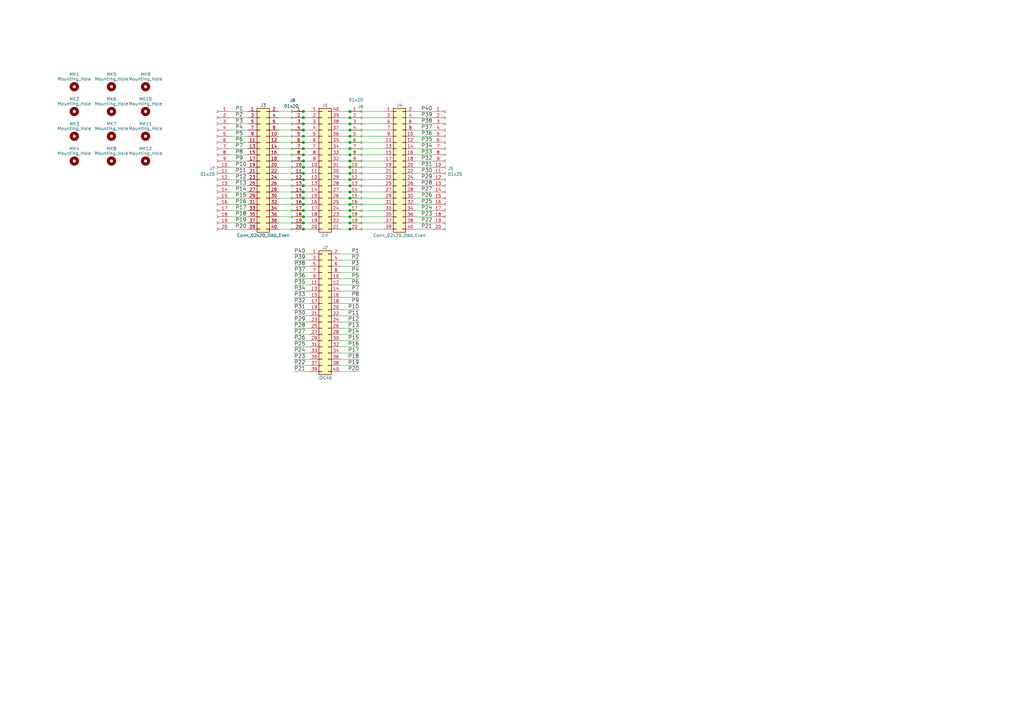
<source format=kicad_sch>
(kicad_sch (version 20210621) (generator eeschema)
  (paper "A3")
  (title_block (title "Dipext_pin") (date "2021-08-28") (rev "R6"))
  (lib_symbols
    (symbol "Connector:Conn_01x20_Female" (pin_names (offset 1.016) hide)
      (property "Reference" "J" (at 0 25.4 0))
      (property "Value" "Conn_01x20_Female" (at 0 -27.94 0))
      (symbol "Conn_01x20_Female_1_1"
        (arc (start 0 -24.892) (end 0 -25.908) (radius (at 0 -25.4) (length 0.508) (angles 90.1 -90.1)) (stroke (width 0.1524)))
        (arc (start 0 -22.352) (end 0 -23.368) (radius (at 0 -22.86) (length 0.508) (angles 90.1 -90.1)) (stroke (width 0.1524)))
        (arc (start 0 -19.812) (end 0 -20.828) (radius (at 0 -20.32) (length 0.508) (angles 90.1 -90.1)) (stroke (width 0.1524)))
        (arc (start 0 -17.272) (end 0 -18.288) (radius (at 0 -17.78) (length 0.508) (angles 90.1 -90.1)) (stroke (width 0.1524)))
        (arc (start 0 -14.732) (end 0 -15.748) (radius (at 0 -15.24) (length 0.508) (angles 90.1 -90.1)) (stroke (width 0.1524)))
        (arc (start 0 -12.192) (end 0 -13.208) (radius (at 0 -12.7) (length 0.508) (angles 90.1 -90.1)) (stroke (width 0.1524)))
        (arc (start 0 -9.652) (end 0 -10.668) (radius (at 0 -10.16) (length 0.508) (angles 90.1 -90.1)) (stroke (width 0.1524)))
        (arc (start 0 -7.112) (end 0 -8.128) (radius (at 0 -7.62) (length 0.508) (angles 90.1 -90.1)) (stroke (width 0.1524)))
        (arc (start 0 -4.572) (end 0 -5.588) (radius (at 0 -5.08) (length 0.508) (angles 90.1 -90.1)) (stroke (width 0.1524)))
        (arc (start 0 -2.032) (end 0 -3.048) (radius (at 0 -2.54) (length 0.508) (angles 90.1 -90.1)) (stroke (width 0.1524)))
        (arc (start 0 0.508) (end 0 -0.508) (radius (at 0 0) (length 0.508) (angles 90.1 -90.1)) (stroke (width 0.1524)))
        (arc (start 0 3.048) (end 0 2.032) (radius (at 0 2.54) (length 0.508) (angles 90.1 -90.1)) (stroke (width 0.1524)))
        (arc (start 0 5.588) (end 0 4.572) (radius (at 0 5.08) (length 0.508) (angles 90.1 -90.1)) (stroke (width 0.1524)))
        (arc (start 0 8.128) (end 0 7.112) (radius (at 0 7.62) (length 0.508) (angles 90.1 -90.1)) (stroke (width 0.1524)))
        (arc (start 0 10.668) (end 0 9.652) (radius (at 0 10.16) (length 0.508) (angles 90.1 -90.1)) (stroke (width 0.1524)))
        (arc (start 0 13.208) (end 0 12.192) (radius (at 0 12.7) (length 0.508) (angles 90.1 -90.1)) (stroke (width 0.1524)))
        (arc (start 0 15.748) (end 0 14.732) (radius (at 0 15.24) (length 0.508) (angles 90.1 -90.1)) (stroke (width 0.1524)))
        (arc (start 0 18.288) (end 0 17.272) (radius (at 0 17.78) (length 0.508) (angles 90.1 -90.1)) (stroke (width 0.1524)))
        (arc (start 0 20.828) (end 0 19.812) (radius (at 0 20.32) (length 0.508) (angles 90.1 -90.1)) (stroke (width 0.1524)))
        (arc (start 0 23.368) (end 0 22.352) (radius (at 0 22.86) (length 0.508) (angles 90.1 -90.1)) (stroke (width 0.1524)))
        (polyline (pts (xy -1.27 -25.4) (xy -0.508 -25.4)) (stroke (width 0.1524)))
        (polyline (pts (xy -1.27 -22.86) (xy -0.508 -22.86)) (stroke (width 0.1524)))
        (polyline (pts (xy -1.27 -20.32) (xy -0.508 -20.32)) (stroke (width 0.1524)))
        (polyline (pts (xy -1.27 -17.78) (xy -0.508 -17.78)) (stroke (width 0.1524)))
        (polyline (pts (xy -1.27 -15.24) (xy -0.508 -15.24)) (stroke (width 0.1524)))
        (polyline (pts (xy -1.27 -12.7) (xy -0.508 -12.7)) (stroke (width 0.1524)))
        (polyline (pts (xy -1.27 -10.16) (xy -0.508 -10.16)) (stroke (width 0.1524)))
        (polyline (pts (xy -1.27 -7.62) (xy -0.508 -7.62)) (stroke (width 0.1524)))
        (polyline (pts (xy -1.27 -5.08) (xy -0.508 -5.08)) (stroke (width 0.1524)))
        (polyline (pts (xy -1.27 -2.54) (xy -0.508 -2.54)) (stroke (width 0.1524)))
        (polyline (pts (xy -1.27 0) (xy -0.508 0)) (stroke (width 0.1524)))
        (polyline (pts (xy -1.27 2.54) (xy -0.508 2.54)) (stroke (width 0.1524)))
        (polyline (pts (xy -1.27 5.08) (xy -0.508 5.08)) (stroke (width 0.1524)))
        (polyline (pts (xy -1.27 7.62) (xy -0.508 7.62)) (stroke (width 0.1524)))
        (polyline (pts (xy -1.27 10.16) (xy -0.508 10.16)) (stroke (width 0.1524)))
        (polyline (pts (xy -1.27 12.7) (xy -0.508 12.7)) (stroke (width 0.1524)))
        (polyline (pts (xy -1.27 15.24) (xy -0.508 15.24)) (stroke (width 0.1524)))
        (polyline (pts (xy -1.27 17.78) (xy -0.508 17.78)) (stroke (width 0.1524)))
        (polyline (pts (xy -1.27 20.32) (xy -0.508 20.32)) (stroke (width 0.1524)))
        (polyline (pts (xy -1.27 22.86) (xy -0.508 22.86)) (stroke (width 0.1524)))
        (pin passive line (at -5.08 22.86 0) (length 3.81) (name "Pin_1") (number "1"))
        (pin passive line (at -5.08 0 0) (length 3.81) (name "Pin_10") (number "10"))
        (pin passive line (at -5.08 -2.54 0) (length 3.81) (name "Pin_11") (number "11"))
        (pin passive line (at -5.08 -5.08 0) (length 3.81) (name "Pin_12") (number "12"))
        (pin passive line (at -5.08 -7.62 0) (length 3.81) (name "Pin_13") (number "13"))
        (pin passive line (at -5.08 -10.16 0) (length 3.81) (name "Pin_14") (number "14"))
        (pin passive line (at -5.08 -12.7 0) (length 3.81) (name "Pin_15") (number "15"))
        (pin passive line (at -5.08 -15.24 0) (length 3.81) (name "Pin_16") (number "16"))
        (pin passive line (at -5.08 -17.78 0) (length 3.81) (name "Pin_17") (number "17"))
        (pin passive line (at -5.08 -20.32 0) (length 3.81) (name "Pin_18") (number "18"))
        (pin passive line (at -5.08 -22.86 0) (length 3.81) (name "Pin_19") (number "19"))
        (pin passive line (at -5.08 20.32 0) (length 3.81) (name "Pin_2") (number "2"))
        (pin passive line (at -5.08 -25.4 0) (length 3.81) (name "Pin_20") (number "20"))
        (pin passive line (at -5.08 17.78 0) (length 3.81) (name "Pin_3") (number "3"))
        (pin passive line (at -5.08 15.24 0) (length 3.81) (name "Pin_4") (number "4"))
        (pin passive line (at -5.08 12.7 0) (length 3.81) (name "Pin_5") (number "5"))
        (pin passive line (at -5.08 10.16 0) (length 3.81) (name "Pin_6") (number "6"))
        (pin passive line (at -5.08 7.62 0) (length 3.81) (name "Pin_7") (number "7"))
        (pin passive line (at -5.08 5.08 0) (length 3.81) (name "Pin_8") (number "8"))
        (pin passive line (at -5.08 2.54 0) (length 3.81) (name "Pin_9") (number "9"))
      )
    )
    (symbol "dipext-pin_r4-rescue:Conn_02x20_Counter_Clockwise" (pin_names (offset 1.016) hide)
      (property "Reference" "J" (at 1.27 25.4 0))
      (property "Value" "Conn_02x20_Counter_Clockwise" (at 1.27 -27.94 0))
      (symbol "Conn_02x20_Counter_Clockwise_1_1"
        (rectangle (start -1.27 -25.273) (end 0 -25.527) (stroke (width 0.1524)))
        (rectangle (start -1.27 -22.733) (end 0 -22.987) (stroke (width 0.1524)))
        (rectangle (start -1.27 -20.193) (end 0 -20.447) (stroke (width 0.1524)))
        (rectangle (start -1.27 -17.653) (end 0 -17.907) (stroke (width 0.1524)))
        (rectangle (start -1.27 -15.113) (end 0 -15.367) (stroke (width 0.1524)))
        (rectangle (start -1.27 -12.573) (end 0 -12.827) (stroke (width 0.1524)))
        (rectangle (start -1.27 -10.033) (end 0 -10.287) (stroke (width 0.1524)))
        (rectangle (start -1.27 -7.493) (end 0 -7.747) (stroke (width 0.1524)))
        (rectangle (start -1.27 -4.953) (end 0 -5.207) (stroke (width 0.1524)))
        (rectangle (start -1.27 -2.413) (end 0 -2.667) (stroke (width 0.1524)))
        (rectangle (start -1.27 0.127) (end 0 -0.127) (stroke (width 0.1524)))
        (rectangle (start -1.27 2.667) (end 0 2.413) (stroke (width 0.1524)))
        (rectangle (start -1.27 5.207) (end 0 4.953) (stroke (width 0.1524)))
        (rectangle (start -1.27 7.747) (end 0 7.493) (stroke (width 0.1524)))
        (rectangle (start -1.27 10.287) (end 0 10.033) (stroke (width 0.1524)))
        (rectangle (start -1.27 12.827) (end 0 12.573) (stroke (width 0.1524)))
        (rectangle (start -1.27 15.367) (end 0 15.113) (stroke (width 0.1524)))
        (rectangle (start -1.27 17.907) (end 0 17.653) (stroke (width 0.1524)))
        (rectangle (start -1.27 20.447) (end 0 20.193) (stroke (width 0.1524)))
        (rectangle (start -1.27 22.987) (end 0 22.733) (stroke (width 0.1524)))
        (rectangle (start 3.81 -25.273) (end 2.54 -25.527) (stroke (width 0.1524)))
        (rectangle (start 3.81 -22.733) (end 2.54 -22.987) (stroke (width 0.1524)))
        (rectangle (start 3.81 -20.193) (end 2.54 -20.447) (stroke (width 0.1524)))
        (rectangle (start 3.81 -17.653) (end 2.54 -17.907) (stroke (width 0.1524)))
        (rectangle (start 3.81 -15.113) (end 2.54 -15.367) (stroke (width 0.1524)))
        (rectangle (start 3.81 -12.573) (end 2.54 -12.827) (stroke (width 0.1524)))
        (rectangle (start 3.81 -10.033) (end 2.54 -10.287) (stroke (width 0.1524)))
        (rectangle (start 3.81 -7.493) (end 2.54 -7.747) (stroke (width 0.1524)))
        (rectangle (start 3.81 -4.953) (end 2.54 -5.207) (stroke (width 0.1524)))
        (rectangle (start 3.81 -2.413) (end 2.54 -2.667) (stroke (width 0.1524)))
        (rectangle (start 3.81 0.127) (end 2.54 -0.127) (stroke (width 0.1524)))
        (rectangle (start 3.81 2.667) (end 2.54 2.413) (stroke (width 0.1524)))
        (rectangle (start 3.81 5.207) (end 2.54 4.953) (stroke (width 0.1524)))
        (rectangle (start 3.81 7.747) (end 2.54 7.493) (stroke (width 0.1524)))
        (rectangle (start 3.81 10.287) (end 2.54 10.033) (stroke (width 0.1524)))
        (rectangle (start 3.81 12.827) (end 2.54 12.573) (stroke (width 0.1524)))
        (rectangle (start 3.81 15.367) (end 2.54 15.113) (stroke (width 0.1524)))
        (rectangle (start 3.81 17.907) (end 2.54 17.653) (stroke (width 0.1524)))
        (rectangle (start 3.81 20.447) (end 2.54 20.193) (stroke (width 0.1524)))
        (rectangle (start 3.81 22.987) (end 2.54 22.733) (stroke (width 0.1524)))
        (rectangle (start -1.27 24.13) (end 3.81 -26.67) (stroke (width 0.254)) (fill (type background)))
        (pin passive line (at -5.08 22.86 0) (length 3.81) (name "Pin_1") (number "1"))
        (pin passive line (at -5.08 0 0) (length 3.81) (name "Pin_10") (number "10"))
        (pin passive line (at -5.08 -2.54 0) (length 3.81) (name "Pin_11") (number "11"))
        (pin passive line (at -5.08 -5.08 0) (length 3.81) (name "Pin_12") (number "12"))
        (pin passive line (at -5.08 -7.62 0) (length 3.81) (name "Pin_13") (number "13"))
        (pin passive line (at -5.08 -10.16 0) (length 3.81) (name "Pin_14") (number "14"))
        (pin passive line (at -5.08 -12.7 0) (length 3.81) (name "Pin_15") (number "15"))
        (pin passive line (at -5.08 -15.24 0) (length 3.81) (name "Pin_16") (number "16"))
        (pin passive line (at -5.08 -17.78 0) (length 3.81) (name "Pin_17") (number "17"))
        (pin passive line (at -5.08 -20.32 0) (length 3.81) (name "Pin_18") (number "18"))
        (pin passive line (at -5.08 -22.86 0) (length 3.81) (name "Pin_19") (number "19"))
        (pin passive line (at -5.08 20.32 0) (length 3.81) (name "Pin_2") (number "2"))
        (pin passive line (at -5.08 -25.4 0) (length 3.81) (name "Pin_20") (number "20"))
        (pin passive line (at 7.62 -25.4 180) (length 3.81) (name "Pin_21") (number "21"))
        (pin passive line (at 7.62 -22.86 180) (length 3.81) (name "Pin_22") (number "22"))
        (pin passive line (at 7.62 -20.32 180) (length 3.81) (name "Pin_23") (number "23"))
        (pin passive line (at 7.62 -17.78 180) (length 3.81) (name "Pin_24") (number "24"))
        (pin passive line (at 7.62 -15.24 180) (length 3.81) (name "Pin_25") (number "25"))
        (pin passive line (at 7.62 -12.7 180) (length 3.81) (name "Pin_26") (number "26"))
        (pin passive line (at 7.62 -10.16 180) (length 3.81) (name "Pin_27") (number "27"))
        (pin passive line (at 7.62 -7.62 180) (length 3.81) (name "Pin_28") (number "28"))
        (pin passive line (at 7.62 -5.08 180) (length 3.81) (name "Pin_29") (number "29"))
        (pin passive line (at -5.08 17.78 0) (length 3.81) (name "Pin_3") (number "3"))
        (pin passive line (at 7.62 -2.54 180) (length 3.81) (name "Pin_30") (number "30"))
        (pin passive line (at 7.62 0 180) (length 3.81) (name "Pin_31") (number "31"))
        (pin passive line (at 7.62 2.54 180) (length 3.81) (name "Pin_32") (number "32"))
        (pin passive line (at 7.62 5.08 180) (length 3.81) (name "Pin_33") (number "33"))
        (pin passive line (at 7.62 7.62 180) (length 3.81) (name "Pin_34") (number "34"))
        (pin passive line (at 7.62 10.16 180) (length 3.81) (name "Pin_35") (number "35"))
        (pin passive line (at 7.62 12.7 180) (length 3.81) (name "Pin_36") (number "36"))
        (pin passive line (at 7.62 15.24 180) (length 3.81) (name "Pin_37") (number "37"))
        (pin passive line (at 7.62 17.78 180) (length 3.81) (name "Pin_38") (number "38"))
        (pin passive line (at 7.62 20.32 180) (length 3.81) (name "Pin_39") (number "39"))
        (pin passive line (at -5.08 15.24 0) (length 3.81) (name "Pin_4") (number "4"))
        (pin passive line (at 7.62 22.86 180) (length 3.81) (name "Pin_40") (number "40"))
        (pin passive line (at -5.08 12.7 0) (length 3.81) (name "Pin_5") (number "5"))
        (pin passive line (at -5.08 10.16 0) (length 3.81) (name "Pin_6") (number "6"))
        (pin passive line (at -5.08 7.62 0) (length 3.81) (name "Pin_7") (number "7"))
        (pin passive line (at -5.08 5.08 0) (length 3.81) (name "Pin_8") (number "8"))
        (pin passive line (at -5.08 2.54 0) (length 3.81) (name "Pin_9") (number "9"))
      )
    )
    (symbol "dipext-pin_r4-rescue:Conn_02x20_Odd_Even" (pin_names (offset 1.016) hide)
      (property "Reference" "J" (at 1.27 25.4 0))
      (property "Value" "Conn_02x20_Odd_Even" (at 1.27 -27.94 0))
      (symbol "Conn_02x20_Odd_Even_1_1"
        (rectangle (start -1.27 -25.273) (end 0 -25.527) (stroke (width 0.1524)))
        (rectangle (start -1.27 -22.733) (end 0 -22.987) (stroke (width 0.1524)))
        (rectangle (start -1.27 -20.193) (end 0 -20.447) (stroke (width 0.1524)))
        (rectangle (start -1.27 -17.653) (end 0 -17.907) (stroke (width 0.1524)))
        (rectangle (start -1.27 -15.113) (end 0 -15.367) (stroke (width 0.1524)))
        (rectangle (start -1.27 -12.573) (end 0 -12.827) (stroke (width 0.1524)))
        (rectangle (start -1.27 -10.033) (end 0 -10.287) (stroke (width 0.1524)))
        (rectangle (start -1.27 -7.493) (end 0 -7.747) (stroke (width 0.1524)))
        (rectangle (start -1.27 -4.953) (end 0 -5.207) (stroke (width 0.1524)))
        (rectangle (start -1.27 -2.413) (end 0 -2.667) (stroke (width 0.1524)))
        (rectangle (start -1.27 0.127) (end 0 -0.127) (stroke (width 0.1524)))
        (rectangle (start -1.27 2.667) (end 0 2.413) (stroke (width 0.1524)))
        (rectangle (start -1.27 5.207) (end 0 4.953) (stroke (width 0.1524)))
        (rectangle (start -1.27 7.747) (end 0 7.493) (stroke (width 0.1524)))
        (rectangle (start -1.27 10.287) (end 0 10.033) (stroke (width 0.1524)))
        (rectangle (start -1.27 12.827) (end 0 12.573) (stroke (width 0.1524)))
        (rectangle (start -1.27 15.367) (end 0 15.113) (stroke (width 0.1524)))
        (rectangle (start -1.27 17.907) (end 0 17.653) (stroke (width 0.1524)))
        (rectangle (start -1.27 20.447) (end 0 20.193) (stroke (width 0.1524)))
        (rectangle (start -1.27 22.987) (end 0 22.733) (stroke (width 0.1524)))
        (rectangle (start 3.81 -25.273) (end 2.54 -25.527) (stroke (width 0.1524)))
        (rectangle (start 3.81 -22.733) (end 2.54 -22.987) (stroke (width 0.1524)))
        (rectangle (start 3.81 -20.193) (end 2.54 -20.447) (stroke (width 0.1524)))
        (rectangle (start 3.81 -17.653) (end 2.54 -17.907) (stroke (width 0.1524)))
        (rectangle (start 3.81 -15.113) (end 2.54 -15.367) (stroke (width 0.1524)))
        (rectangle (start 3.81 -12.573) (end 2.54 -12.827) (stroke (width 0.1524)))
        (rectangle (start 3.81 -10.033) (end 2.54 -10.287) (stroke (width 0.1524)))
        (rectangle (start 3.81 -7.493) (end 2.54 -7.747) (stroke (width 0.1524)))
        (rectangle (start 3.81 -4.953) (end 2.54 -5.207) (stroke (width 0.1524)))
        (rectangle (start 3.81 -2.413) (end 2.54 -2.667) (stroke (width 0.1524)))
        (rectangle (start 3.81 0.127) (end 2.54 -0.127) (stroke (width 0.1524)))
        (rectangle (start 3.81 2.667) (end 2.54 2.413) (stroke (width 0.1524)))
        (rectangle (start 3.81 5.207) (end 2.54 4.953) (stroke (width 0.1524)))
        (rectangle (start 3.81 7.747) (end 2.54 7.493) (stroke (width 0.1524)))
        (rectangle (start 3.81 10.287) (end 2.54 10.033) (stroke (width 0.1524)))
        (rectangle (start 3.81 12.827) (end 2.54 12.573) (stroke (width 0.1524)))
        (rectangle (start 3.81 15.367) (end 2.54 15.113) (stroke (width 0.1524)))
        (rectangle (start 3.81 17.907) (end 2.54 17.653) (stroke (width 0.1524)))
        (rectangle (start 3.81 20.447) (end 2.54 20.193) (stroke (width 0.1524)))
        (rectangle (start 3.81 22.987) (end 2.54 22.733) (stroke (width 0.1524)))
        (rectangle (start -1.27 24.13) (end 3.81 -26.67) (stroke (width 0.254)) (fill (type background)))
        (pin passive line (at -5.08 22.86 0) (length 3.81) (name "Pin_1") (number "1"))
        (pin passive line (at 7.62 12.7 180) (length 3.81) (name "Pin_10") (number "10"))
        (pin passive line (at -5.08 10.16 0) (length 3.81) (name "Pin_11") (number "11"))
        (pin passive line (at 7.62 10.16 180) (length 3.81) (name "Pin_12") (number "12"))
        (pin passive line (at -5.08 7.62 0) (length 3.81) (name "Pin_13") (number "13"))
        (pin passive line (at 7.62 7.62 180) (length 3.81) (name "Pin_14") (number "14"))
        (pin passive line (at -5.08 5.08 0) (length 3.81) (name "Pin_15") (number "15"))
        (pin passive line (at 7.62 5.08 180) (length 3.81) (name "Pin_16") (number "16"))
        (pin passive line (at -5.08 2.54 0) (length 3.81) (name "Pin_17") (number "17"))
        (pin passive line (at 7.62 2.54 180) (length 3.81) (name "Pin_18") (number "18"))
        (pin passive line (at -5.08 0 0) (length 3.81) (name "Pin_19") (number "19"))
        (pin passive line (at 7.62 22.86 180) (length 3.81) (name "Pin_2") (number "2"))
        (pin passive line (at 7.62 0 180) (length 3.81) (name "Pin_20") (number "20"))
        (pin passive line (at -5.08 -2.54 0) (length 3.81) (name "Pin_21") (number "21"))
        (pin passive line (at 7.62 -2.54 180) (length 3.81) (name "Pin_22") (number "22"))
        (pin passive line (at -5.08 -5.08 0) (length 3.81) (name "Pin_23") (number "23"))
        (pin passive line (at 7.62 -5.08 180) (length 3.81) (name "Pin_24") (number "24"))
        (pin passive line (at -5.08 -7.62 0) (length 3.81) (name "Pin_25") (number "25"))
        (pin passive line (at 7.62 -7.62 180) (length 3.81) (name "Pin_26") (number "26"))
        (pin passive line (at -5.08 -10.16 0) (length 3.81) (name "Pin_27") (number "27"))
        (pin passive line (at 7.62 -10.16 180) (length 3.81) (name "Pin_28") (number "28"))
        (pin passive line (at -5.08 -12.7 0) (length 3.81) (name "Pin_29") (number "29"))
        (pin passive line (at -5.08 20.32 0) (length 3.81) (name "Pin_3") (number "3"))
        (pin passive line (at 7.62 -12.7 180) (length 3.81) (name "Pin_30") (number "30"))
        (pin passive line (at -5.08 -15.24 0) (length 3.81) (name "Pin_31") (number "31"))
        (pin passive line (at 7.62 -15.24 180) (length 3.81) (name "Pin_32") (number "32"))
        (pin passive line (at -5.08 -17.78 0) (length 3.81) (name "Pin_33") (number "33"))
        (pin passive line (at 7.62 -17.78 180) (length 3.81) (name "Pin_34") (number "34"))
        (pin passive line (at -5.08 -20.32 0) (length 3.81) (name "Pin_35") (number "35"))
        (pin passive line (at 7.62 -20.32 180) (length 3.81) (name "Pin_36") (number "36"))
        (pin passive line (at -5.08 -22.86 0) (length 3.81) (name "Pin_37") (number "37"))
        (pin passive line (at 7.62 -22.86 180) (length 3.81) (name "Pin_38") (number "38"))
        (pin passive line (at -5.08 -25.4 0) (length 3.81) (name "Pin_39") (number "39"))
        (pin passive line (at 7.62 20.32 180) (length 3.81) (name "Pin_4") (number "4"))
        (pin passive line (at 7.62 -25.4 180) (length 3.81) (name "Pin_40") (number "40"))
        (pin passive line (at -5.08 17.78 0) (length 3.81) (name "Pin_5") (number "5"))
        (pin passive line (at 7.62 17.78 180) (length 3.81) (name "Pin_6") (number "6"))
        (pin passive line (at -5.08 15.24 0) (length 3.81) (name "Pin_7") (number "7"))
        (pin passive line (at 7.62 15.24 180) (length 3.81) (name "Pin_8") (number "8"))
        (pin passive line (at -5.08 12.7 0) (length 3.81) (name "Pin_9") (number "9"))
      )
    )
    (symbol "dipext-pin_r4-rescue:Mounting_Hole" (pin_names (offset 1.016))
      (property "Reference" "MK" (at 0 5.08 0))
      (property "Value" "Mounting_Hole" (at 0 3.175 0))
      (symbol "Mounting_Hole_0_1"
        (circle (center 0 0) (radius 1.27) (stroke (width 1.27)))
      )
    )
  )
  (junction (at 124.46 45.72) (diameter 1.016))
  (junction (at 124.46 48.26) (diameter 1.016))
  (junction (at 124.46 50.8) (diameter 1.016))
  (junction (at 124.46 53.34) (diameter 1.016))
  (junction (at 124.46 55.88) (diameter 1.016))
  (junction (at 124.46 58.42) (diameter 1.016))
  (junction (at 124.46 60.96) (diameter 1.016))
  (junction (at 124.46 63.5) (diameter 1.016))
  (junction (at 124.46 66.04) (diameter 1.016))
  (junction (at 124.46 68.58) (diameter 1.016))
  (junction (at 124.46 71.12) (diameter 1.016))
  (junction (at 124.46 73.66) (diameter 1.016))
  (junction (at 124.46 76.2) (diameter 1.016))
  (junction (at 124.46 78.74) (diameter 1.016))
  (junction (at 124.46 81.28) (diameter 1.016))
  (junction (at 124.46 83.82) (diameter 1.016))
  (junction (at 124.46 86.36) (diameter 1.016))
  (junction (at 124.46 88.9) (diameter 1.016))
  (junction (at 124.46 91.44) (diameter 1.016))
  (junction (at 124.46 93.98) (diameter 1.016))
  (junction (at 143.51 45.72) (diameter 1.016))
  (junction (at 143.51 48.26) (diameter 1.016))
  (junction (at 143.51 50.8) (diameter 1.016))
  (junction (at 143.51 53.34) (diameter 1.016))
  (junction (at 143.51 55.88) (diameter 1.016))
  (junction (at 143.51 58.42) (diameter 1.016))
  (junction (at 143.51 60.96) (diameter 1.016))
  (junction (at 143.51 63.5) (diameter 1.016))
  (junction (at 143.51 66.04) (diameter 1.016))
  (junction (at 143.51 68.58) (diameter 1.016))
  (junction (at 143.51 71.12) (diameter 1.016))
  (junction (at 143.51 73.66) (diameter 1.016))
  (junction (at 143.51 76.2) (diameter 1.016))
  (junction (at 143.51 78.74) (diameter 1.016))
  (junction (at 143.51 81.28) (diameter 1.016))
  (junction (at 143.51 83.82) (diameter 1.016))
  (junction (at 143.51 86.36) (diameter 1.016))
  (junction (at 143.51 88.9) (diameter 1.016))
  (junction (at 143.51 91.44) (diameter 1.016))
  (junction (at 143.51 93.98) (diameter 1.016))
  (wire (pts (xy 93.98 45.72) (xy 101.6 45.72)))
  (wire (pts (xy 93.98 48.26) (xy 101.6 48.26)))
  (wire (pts (xy 93.98 50.8) (xy 101.6 50.8)))
  (wire (pts (xy 93.98 53.34) (xy 101.6 53.34)))
  (wire (pts (xy 93.98 55.88) (xy 101.6 55.88)))
  (wire (pts (xy 93.98 58.42) (xy 101.6 58.42)))
  (wire (pts (xy 93.98 60.96) (xy 101.6 60.96)))
  (wire (pts (xy 93.98 63.5) (xy 101.6 63.5)))
  (wire (pts (xy 93.98 66.04) (xy 101.6 66.04)))
  (wire (pts (xy 93.98 68.58) (xy 101.6 68.58)))
  (wire (pts (xy 93.98 71.12) (xy 101.6 71.12)))
  (wire (pts (xy 93.98 73.66) (xy 101.6 73.66)))
  (wire (pts (xy 93.98 76.2) (xy 101.6 76.2)))
  (wire (pts (xy 93.98 78.74) (xy 101.6 78.74)))
  (wire (pts (xy 93.98 81.28) (xy 101.6 81.28)))
  (wire (pts (xy 93.98 83.82) (xy 101.6 83.82)))
  (wire (pts (xy 93.98 86.36) (xy 101.6 86.36)))
  (wire (pts (xy 93.98 88.9) (xy 101.6 88.9)))
  (wire (pts (xy 93.98 91.44) (xy 101.6 91.44)))
  (wire (pts (xy 93.98 93.98) (xy 101.6 93.98)))
  (wire (pts (xy 114.3 45.72) (xy 124.46 45.72)))
  (wire (pts (xy 114.3 48.26) (xy 124.46 48.26)))
  (wire (pts (xy 114.3 50.8) (xy 124.46 50.8)))
  (wire (pts (xy 114.3 53.34) (xy 124.46 53.34)))
  (wire (pts (xy 114.3 55.88) (xy 124.46 55.88)))
  (wire (pts (xy 114.3 58.42) (xy 124.46 58.42)))
  (wire (pts (xy 114.3 60.96) (xy 124.46 60.96)))
  (wire (pts (xy 114.3 63.5) (xy 124.46 63.5)))
  (wire (pts (xy 114.3 66.04) (xy 124.46 66.04)))
  (wire (pts (xy 114.3 68.58) (xy 124.46 68.58)))
  (wire (pts (xy 114.3 71.12) (xy 124.46 71.12)))
  (wire (pts (xy 114.3 73.66) (xy 124.46 73.66)))
  (wire (pts (xy 114.3 76.2) (xy 124.46 76.2)))
  (wire (pts (xy 114.3 78.74) (xy 124.46 78.74)))
  (wire (pts (xy 114.3 81.28) (xy 124.46 81.28)))
  (wire (pts (xy 114.3 83.82) (xy 124.46 83.82)))
  (wire (pts (xy 114.3 86.36) (xy 124.46 86.36)))
  (wire (pts (xy 114.3 88.9) (xy 124.46 88.9)))
  (wire (pts (xy 114.3 91.44) (xy 124.46 91.44)))
  (wire (pts (xy 114.3 93.98) (xy 124.46 93.98)))
  (wire (pts (xy 120.65 104.14) (xy 127 104.14)))
  (wire (pts (xy 120.65 106.68) (xy 127 106.68)))
  (wire (pts (xy 120.65 109.22) (xy 127 109.22)))
  (wire (pts (xy 120.65 111.76) (xy 127 111.76)))
  (wire (pts (xy 120.65 114.3) (xy 127 114.3)))
  (wire (pts (xy 120.65 116.84) (xy 127 116.84)))
  (wire (pts (xy 120.65 119.38) (xy 127 119.38)))
  (wire (pts (xy 120.65 121.92) (xy 127 121.92)))
  (wire (pts (xy 120.65 124.46) (xy 127 124.46)))
  (wire (pts (xy 120.65 127) (xy 127 127)))
  (wire (pts (xy 120.65 129.54) (xy 127 129.54)))
  (wire (pts (xy 120.65 132.08) (xy 127 132.08)))
  (wire (pts (xy 120.65 134.62) (xy 127 134.62)))
  (wire (pts (xy 120.65 137.16) (xy 127 137.16)))
  (wire (pts (xy 120.65 139.7) (xy 127 139.7)))
  (wire (pts (xy 120.65 142.24) (xy 127 142.24)))
  (wire (pts (xy 120.65 144.78) (xy 127 144.78)))
  (wire (pts (xy 120.65 147.32) (xy 127 147.32)))
  (wire (pts (xy 120.65 149.86) (xy 127 149.86)))
  (wire (pts (xy 120.65 152.4) (xy 127 152.4)))
  (wire (pts (xy 124.46 45.72) (xy 127 45.72)))
  (wire (pts (xy 124.46 48.26) (xy 127 48.26)))
  (wire (pts (xy 124.46 50.8) (xy 127 50.8)))
  (wire (pts (xy 124.46 53.34) (xy 127 53.34)))
  (wire (pts (xy 124.46 55.88) (xy 127 55.88)))
  (wire (pts (xy 124.46 58.42) (xy 127 58.42)))
  (wire (pts (xy 124.46 60.96) (xy 127 60.96)))
  (wire (pts (xy 124.46 63.5) (xy 127 63.5)))
  (wire (pts (xy 124.46 66.04) (xy 127 66.04)))
  (wire (pts (xy 124.46 68.58) (xy 127 68.58)))
  (wire (pts (xy 124.46 71.12) (xy 127 71.12)))
  (wire (pts (xy 124.46 73.66) (xy 127 73.66)))
  (wire (pts (xy 124.46 76.2) (xy 127 76.2)))
  (wire (pts (xy 124.46 78.74) (xy 127 78.74)))
  (wire (pts (xy 124.46 81.28) (xy 127 81.28)))
  (wire (pts (xy 124.46 83.82) (xy 127 83.82)))
  (wire (pts (xy 124.46 86.36) (xy 127 86.36)))
  (wire (pts (xy 124.46 88.9) (xy 127 88.9)))
  (wire (pts (xy 124.46 91.44) (xy 127 91.44)))
  (wire (pts (xy 124.46 93.98) (xy 127 93.98)))
  (wire (pts (xy 139.7 45.72) (xy 143.51 45.72)))
  (wire (pts (xy 139.7 48.26) (xy 143.51 48.26)))
  (wire (pts (xy 139.7 50.8) (xy 143.51 50.8)))
  (wire (pts (xy 139.7 53.34) (xy 143.51 53.34)))
  (wire (pts (xy 139.7 55.88) (xy 143.51 55.88)))
  (wire (pts (xy 139.7 58.42) (xy 143.51 58.42)))
  (wire (pts (xy 139.7 60.96) (xy 143.51 60.96)))
  (wire (pts (xy 139.7 63.5) (xy 143.51 63.5)))
  (wire (pts (xy 139.7 66.04) (xy 143.51 66.04)))
  (wire (pts (xy 139.7 68.58) (xy 143.51 68.58)))
  (wire (pts (xy 139.7 71.12) (xy 143.51 71.12)))
  (wire (pts (xy 139.7 73.66) (xy 143.51 73.66)))
  (wire (pts (xy 139.7 76.2) (xy 143.51 76.2)))
  (wire (pts (xy 139.7 78.74) (xy 143.51 78.74)))
  (wire (pts (xy 139.7 81.28) (xy 143.51 81.28)))
  (wire (pts (xy 139.7 83.82) (xy 143.51 83.82)))
  (wire (pts (xy 139.7 86.36) (xy 143.51 86.36)))
  (wire (pts (xy 139.7 88.9) (xy 143.51 88.9)))
  (wire (pts (xy 139.7 91.44) (xy 143.51 91.44)))
  (wire (pts (xy 139.7 93.98) (xy 143.51 93.98)))
  (wire (pts (xy 139.7 104.14) (xy 147.32 104.14)))
  (wire (pts (xy 139.7 106.68) (xy 147.32 106.68)))
  (wire (pts (xy 139.7 109.22) (xy 147.32 109.22)))
  (wire (pts (xy 139.7 111.76) (xy 147.32 111.76)))
  (wire (pts (xy 139.7 114.3) (xy 147.32 114.3)))
  (wire (pts (xy 139.7 116.84) (xy 147.32 116.84)))
  (wire (pts (xy 139.7 119.38) (xy 147.32 119.38)))
  (wire (pts (xy 139.7 121.92) (xy 147.32 121.92)))
  (wire (pts (xy 139.7 124.46) (xy 147.32 124.46)))
  (wire (pts (xy 139.7 127) (xy 147.32 127)))
  (wire (pts (xy 139.7 129.54) (xy 147.32 129.54)))
  (wire (pts (xy 139.7 132.08) (xy 147.32 132.08)))
  (wire (pts (xy 139.7 134.62) (xy 147.32 134.62)))
  (wire (pts (xy 139.7 137.16) (xy 147.32 137.16)))
  (wire (pts (xy 139.7 139.7) (xy 147.32 139.7)))
  (wire (pts (xy 139.7 142.24) (xy 147.32 142.24)))
  (wire (pts (xy 139.7 144.78) (xy 147.32 144.78)))
  (wire (pts (xy 139.7 147.32) (xy 147.32 147.32)))
  (wire (pts (xy 139.7 149.86) (xy 147.32 149.86)))
  (wire (pts (xy 139.7 152.4) (xy 147.32 152.4)))
  (wire (pts (xy 143.51 45.72) (xy 157.48 45.72)))
  (wire (pts (xy 143.51 48.26) (xy 157.48 48.26)))
  (wire (pts (xy 143.51 50.8) (xy 157.48 50.8)))
  (wire (pts (xy 143.51 53.34) (xy 157.48 53.34)))
  (wire (pts (xy 143.51 55.88) (xy 157.48 55.88)))
  (wire (pts (xy 143.51 58.42) (xy 157.48 58.42)))
  (wire (pts (xy 143.51 60.96) (xy 157.48 60.96)))
  (wire (pts (xy 143.51 63.5) (xy 157.48 63.5)))
  (wire (pts (xy 143.51 66.04) (xy 157.48 66.04)))
  (wire (pts (xy 143.51 68.58) (xy 157.48 68.58)))
  (wire (pts (xy 143.51 71.12) (xy 157.48 71.12)))
  (wire (pts (xy 143.51 73.66) (xy 157.48 73.66)))
  (wire (pts (xy 143.51 76.2) (xy 157.48 76.2)))
  (wire (pts (xy 143.51 78.74) (xy 157.48 78.74)))
  (wire (pts (xy 143.51 81.28) (xy 157.48 81.28)))
  (wire (pts (xy 143.51 83.82) (xy 157.48 83.82)))
  (wire (pts (xy 143.51 86.36) (xy 157.48 86.36)))
  (wire (pts (xy 143.51 88.9) (xy 157.48 88.9)))
  (wire (pts (xy 143.51 91.44) (xy 157.48 91.44)))
  (wire (pts (xy 143.51 93.98) (xy 157.48 93.98)))
  (wire (pts (xy 170.18 45.72) (xy 177.8 45.72)))
  (wire (pts (xy 170.18 48.26) (xy 177.8 48.26)))
  (wire (pts (xy 170.18 50.8) (xy 177.8 50.8)))
  (wire (pts (xy 170.18 53.34) (xy 177.8 53.34)))
  (wire (pts (xy 170.18 55.88) (xy 177.8 55.88)))
  (wire (pts (xy 170.18 58.42) (xy 177.8 58.42)))
  (wire (pts (xy 170.18 60.96) (xy 177.8 60.96)))
  (wire (pts (xy 170.18 63.5) (xy 177.8 63.5)))
  (wire (pts (xy 170.18 66.04) (xy 177.8 66.04)))
  (wire (pts (xy 170.18 68.58) (xy 177.8 68.58)))
  (wire (pts (xy 170.18 71.12) (xy 177.8 71.12)))
  (wire (pts (xy 170.18 73.66) (xy 177.8 73.66)))
  (wire (pts (xy 170.18 76.2) (xy 177.8 76.2)))
  (wire (pts (xy 170.18 78.74) (xy 177.8 78.74)))
  (wire (pts (xy 170.18 81.28) (xy 177.8 81.28)))
  (wire (pts (xy 170.18 83.82) (xy 177.8 83.82)))
  (wire (pts (xy 170.18 86.36) (xy 177.8 86.36)))
  (wire (pts (xy 170.18 88.9) (xy 177.8 88.9)))
  (wire (pts (xy 170.18 91.44) (xy 177.8 91.44)))
  (wire (pts (xy 170.18 93.98) (xy 177.8 93.98)))
  (label "P1" (at 96.52 45.72 0) (effects (font (size 1.524 1.524))))
  (label "P2" (at 96.52 48.26 0) (effects (font (size 1.524 1.524))))
  (label "P3" (at 96.52 50.8 0) (effects (font (size 1.524 1.524))))
  (label "P4" (at 96.52 53.34 0) (effects (font (size 1.524 1.524))))
  (label "P5" (at 96.52 55.88 0) (effects (font (size 1.524 1.524))))
  (label "P6" (at 96.52 58.42 0) (effects (font (size 1.524 1.524))))
  (label "P7" (at 96.52 60.96 0) (effects (font (size 1.524 1.524))))
  (label "P8" (at 96.52 63.5 0) (effects (font (size 1.524 1.524))))
  (label "P9" (at 96.52 66.04 0) (effects (font (size 1.524 1.524))))
  (label "P10" (at 96.52 68.58 0) (effects (font (size 1.524 1.524))))
  (label "P11" (at 96.52 71.12 0) (effects (font (size 1.524 1.524))))
  (label "P12" (at 96.52 73.66 0) (effects (font (size 1.524 1.524))))
  (label "P13" (at 96.52 76.2 0) (effects (font (size 1.524 1.524))))
  (label "P14" (at 96.52 78.74 0) (effects (font (size 1.524 1.524))))
  (label "P15" (at 96.52 81.28 0) (effects (font (size 1.524 1.524))))
  (label "P16" (at 96.52 83.82 0) (effects (font (size 1.524 1.524))))
  (label "P17" (at 96.52 86.36 0) (effects (font (size 1.524 1.524))))
  (label "P18" (at 96.52 88.9 0) (effects (font (size 1.524 1.524))))
  (label "P19" (at 96.52 91.44 0) (effects (font (size 1.524 1.524))))
  (label "P20" (at 96.52 93.98 0) (effects (font (size 1.524 1.524))))
  (label "P40" (at 120.65 104.14 0) (effects (font (size 1.524 1.524))))
  (label "P39" (at 120.65 106.68 0) (effects (font (size 1.524 1.524))))
  (label "P38" (at 120.65 109.22 0) (effects (font (size 1.524 1.524))))
  (label "P37" (at 120.65 111.76 0) (effects (font (size 1.524 1.524))))
  (label "P36" (at 120.65 114.3 0) (effects (font (size 1.524 1.524))))
  (label "P35" (at 120.65 116.84 0) (effects (font (size 1.524 1.524))))
  (label "P34" (at 120.65 119.38 0) (effects (font (size 1.524 1.524))))
  (label "P33" (at 120.65 121.92 0) (effects (font (size 1.524 1.524))))
  (label "P32" (at 120.65 124.46 0) (effects (font (size 1.524 1.524))))
  (label "P31" (at 120.65 127 0) (effects (font (size 1.524 1.524))))
  (label "P30" (at 120.65 129.54 0) (effects (font (size 1.524 1.524))))
  (label "P29" (at 120.65 132.08 0) (effects (font (size 1.524 1.524))))
  (label "P28" (at 120.65 134.62 0) (effects (font (size 1.524 1.524))))
  (label "P27" (at 120.65 137.16 0) (effects (font (size 1.524 1.524))))
  (label "P26" (at 120.65 139.7 0) (effects (font (size 1.524 1.524))))
  (label "P25" (at 120.65 142.24 0) (effects (font (size 1.524 1.524))))
  (label "P24" (at 120.65 144.78 0) (effects (font (size 1.524 1.524))))
  (label "P23" (at 120.65 147.32 0) (effects (font (size 1.524 1.524))))
  (label "P22" (at 120.65 149.86 0) (effects (font (size 1.524 1.524))))
  (label "P21" (at 120.65 152.4 0) (effects (font (size 1.524 1.524))))
  (label "P1" (at 147.32 104.14 180) (effects (font (size 1.524 1.524))))
  (label "P2" (at 147.32 106.68 180) (effects (font (size 1.524 1.524))))
  (label "P3" (at 147.32 109.22 180) (effects (font (size 1.524 1.524))))
  (label "P4" (at 147.32 111.76 180) (effects (font (size 1.524 1.524))))
  (label "P5" (at 147.32 114.3 180) (effects (font (size 1.524 1.524))))
  (label "P6" (at 147.32 116.84 180) (effects (font (size 1.524 1.524))))
  (label "P7" (at 147.32 119.38 180) (effects (font (size 1.524 1.524))))
  (label "P8" (at 147.32 121.92 180) (effects (font (size 1.524 1.524))))
  (label "P9" (at 147.32 124.46 180) (effects (font (size 1.524 1.524))))
  (label "P10" (at 147.32 127 180) (effects (font (size 1.524 1.524))))
  (label "P11" (at 147.32 129.54 180) (effects (font (size 1.524 1.524))))
  (label "P12" (at 147.32 132.08 180) (effects (font (size 1.524 1.524))))
  (label "P13" (at 147.32 134.62 180) (effects (font (size 1.524 1.524))))
  (label "P14" (at 147.32 137.16 180) (effects (font (size 1.524 1.524))))
  (label "P15" (at 147.32 139.7 180) (effects (font (size 1.524 1.524))))
  (label "P16" (at 147.32 142.24 180) (effects (font (size 1.524 1.524))))
  (label "P17" (at 147.32 144.78 180) (effects (font (size 1.524 1.524))))
  (label "P18" (at 147.32 147.32 180) (effects (font (size 1.524 1.524))))
  (label "P19" (at 147.32 149.86 180) (effects (font (size 1.524 1.524))))
  (label "P20" (at 147.32 152.4 180) (effects (font (size 1.524 1.524))))
  (label "P40" (at 172.72 45.72 0) (effects (font (size 1.524 1.524))))
  (label "P39" (at 172.72 48.26 0) (effects (font (size 1.524 1.524))))
  (label "P38" (at 172.72 50.8 0) (effects (font (size 1.524 1.524))))
  (label "P37" (at 172.72 53.34 0) (effects (font (size 1.524 1.524))))
  (label "P36" (at 172.72 55.88 0) (effects (font (size 1.524 1.524))))
  (label "P35" (at 172.72 58.42 0) (effects (font (size 1.524 1.524))))
  (label "P34" (at 172.72 60.96 0) (effects (font (size 1.524 1.524))))
  (label "P33" (at 172.72 63.5 0) (effects (font (size 1.524 1.524))))
  (label "P32" (at 172.72 66.04 0) (effects (font (size 1.524 1.524))))
  (label "P31" (at 172.72 68.58 0) (effects (font (size 1.524 1.524))))
  (label "P30" (at 172.72 71.12 0) (effects (font (size 1.524 1.524))))
  (label "P29" (at 172.72 73.66 0) (effects (font (size 1.524 1.524))))
  (label "P28" (at 172.72 76.2 0) (effects (font (size 1.524 1.524))))
  (label "P27" (at 172.72 78.74 0) (effects (font (size 1.524 1.524))))
  (label "P26" (at 172.72 81.28 0) (effects (font (size 1.524 1.524))))
  (label "P25" (at 172.72 83.82 0) (effects (font (size 1.524 1.524))))
  (label "P24" (at 172.72 86.36 0) (effects (font (size 1.524 1.524))))
  (label "P23" (at 172.72 88.9 0) (effects (font (size 1.524 1.524))))
  (label "P22" (at 172.72 91.44 0) (effects (font (size 1.524 1.524))))
  (label "P21" (at 172.72 93.98 0) (effects (font (size 1.524 1.524))))
  (symbol (lib_id "dipext-pin_r4-rescue:Mounting_Hole") (at 30.48 35.56 0) (unit 1)
    (property "Reference" "MK1" (at 30.48 30.48 0))
    (property "Value" "Mounting_Hole" (at 30.48 32.385 0))
    (property "Footprint" "Mounting_Holes:MountingHole_8.4mm_M8" (effects hide))
  )
  (symbol (lib_id "dipext-pin_r4-rescue:Mounting_Hole") (at 30.48 45.72 0) (unit 1)
    (property "Reference" "MK2" (at 30.48 40.64 0))
    (property "Value" "Mounting_Hole" (at 30.48 42.545 0))
    (property "Footprint" "Mounting_Holes:MountingHole_8.4mm_M8" (effects hide))
  )
  (symbol (lib_id "dipext-pin_r4-rescue:Mounting_Hole") (at 30.48 55.88 0) (unit 1)
    (property "Reference" "MK3" (at 30.48 50.8 0))
    (property "Value" "Mounting_Hole" (at 30.48 52.705 0))
    (property "Footprint" "Mounting_Holes:MountingHole_8.4mm_M8" (effects hide))
  )
  (symbol (lib_id "dipext-pin_r4-rescue:Mounting_Hole") (at 30.48 66.04 0) (unit 1)
    (property "Reference" "MK4" (at 30.48 60.96 0))
    (property "Value" "Mounting_Hole" (at 30.48 62.865 0))
    (property "Footprint" "Mounting_Holes:MountingHole_8.4mm_M8" (effects hide))
  )
  (symbol (lib_id "dipext-pin_r4-rescue:Mounting_Hole") (at 45.72 35.56 0) (unit 1)
    (property "Reference" "MK5" (at 45.72 30.48 0))
    (property "Value" "Mounting_Hole" (at 45.72 32.385 0))
    (property "Footprint" "Mounting_Holes:MountingHole_8.4mm_M8" (effects hide))
  )
  (symbol (lib_id "dipext-pin_r4-rescue:Mounting_Hole") (at 45.72 45.72 0) (unit 1)
    (property "Reference" "MK6" (at 45.72 40.64 0))
    (property "Value" "Mounting_Hole" (at 45.72 42.545 0))
    (property "Footprint" "Mounting_Holes:MountingHole_8.4mm_M8" (effects hide))
  )
  (symbol (lib_id "dipext-pin_r4-rescue:Mounting_Hole") (at 45.72 55.88 0) (unit 1)
    (property "Reference" "MK7" (at 45.72 50.8 0))
    (property "Value" "Mounting_Hole" (at 45.72 52.705 0))
    (property "Footprint" "Mounting_Holes:MountingHole_8.4mm_M8" (effects hide))
  )
  (symbol (lib_id "dipext-pin_r4-rescue:Mounting_Hole") (at 45.72 66.04 0) (unit 1)
    (property "Reference" "MK8" (at 45.72 60.96 0))
    (property "Value" "Mounting_Hole" (at 45.72 62.865 0))
    (property "Footprint" "Mounting_Holes:MountingHole_8.4mm_M8" (effects hide))
  )
  (symbol (lib_id "dipext-pin_r4-rescue:Mounting_Hole") (at 59.69 35.56 0) (unit 1)
    (property "Reference" "MK9" (at 59.69 30.48 0))
    (property "Value" "Mounting_Hole" (at 59.69 32.385 0))
    (property "Footprint" "Mounting_Holes:MountingHole_8.4mm_M8" (effects hide))
  )
  (symbol (lib_id "dipext-pin_r4-rescue:Mounting_Hole") (at 59.69 45.72 0) (unit 1)
    (property "Reference" "MK10" (at 59.69 40.64 0))
    (property "Value" "Mounting_Hole" (at 59.69 42.545 0))
    (property "Footprint" "Mounting_Holes:MountingHole_8.4mm_M8" (effects hide))
  )
  (symbol (lib_id "dipext-pin_r4-rescue:Mounting_Hole") (at 59.69 55.88 0) (unit 1)
    (property "Reference" "MK11" (at 59.69 50.8 0))
    (property "Value" "Mounting_Hole" (at 59.69 52.705 0))
    (property "Footprint" "Mounting_Holes:MountingHole_8.4mm_M8" (effects hide))
  )
  (symbol (lib_id "dipext-pin_r4-rescue:Mounting_Hole") (at 59.69 66.04 0) (unit 1)
    (property "Reference" "MK12" (at 59.69 60.96 0))
    (property "Value" "Mounting_Hole" (at 59.69 62.865 0))
    (property "Footprint" "Mounting_Holes:MountingHole_8.4mm_M8" (effects hide))
  )
  (symbol (lib_id "Connector:Conn_01x20_Female") (at 88.9 68.58 0) (mirror y) (unit 1)
    (property "Reference" "J7" (at 88.1887 69.1578 0) (effects (justify left)))
    (property "Value" "01x20" (at 88.189 71.456 0) (effects (justify left)))
    (property "Footprint" "Connector_PinHeader_2.54mm:PinHeader_1x20_P2.54mm_Vertical" (effects hide))
  )
  (symbol (lib_id "Connector:Conn_01x20_Female") (at 119.38 68.58 0) (mirror y) (unit 1)
    (property "Reference" "J8" (at 121.2087 41.2178 0) (effects (justify left)))
    (property "Value" "01x20" (at 122.479 43.516 0) (effects (justify left)))
    (property "Footprint" "Connector_PinHeader_2.54mm:PinHeader_1x20_P2.54mm_Vertical" (effects hide))
  )
  (symbol (lib_id "Connector:Conn_01x20_Female") (at 148.59 68.58 0) (unit 1)
    (property "Reference" "J6" (at 146.7613 43.7578 0) (effects (justify left)))
    (property "Value" "01x20" (at 142.951 40.976 0) (effects (justify left)))
    (property "Footprint" "Connector_PinHeader_2.54mm:PinHeader_1x20_P2.54mm_Vertical" (effects hide))
  )
  (symbol (lib_id "Connector:Conn_01x20_Female") (at 182.88 68.58 0) (unit 1)
    (property "Reference" "J5" (at 183.5913 69.1578 0) (effects (justify left)))
    (property "Value" "01x20" (at 183.591 71.456 0) (effects (justify left)))
    (property "Footprint" "Connector_PinHeader_2.54mm:PinHeader_1x20_P2.54mm_Vertical" (effects hide))
  )
  (symbol (lib_id "dipext-pin_r4-rescue:Conn_02x20_Odd_Even") (at 106.68 68.58 0) (unit 1)
    (property "Reference" "J3" (at 107.95 43.18 0))
    (property "Value" "Conn_02x20_Odd_Even" (at 107.95 96.52 0))
    (property "Footprint" "Pin_Headers:Pin_Header_Straight_2x20_Pitch2.54mm" (effects hide))
  )
  (symbol (lib_id "dipext-pin_r4-rescue:Conn_02x20_Counter_Clockwise") (at 132.08 68.58 0) (unit 1)
    (property "Reference" "J1" (at 133.35 43.18 0))
    (property "Value" "ZIF" (at 133.35 96.52 0))
    (property "Footprint" "lib:aries_40-6554-10_DIP-40_W15.24mm_ZIF" (effects hide))
  )
  (symbol (lib_id "dipext-pin_r4-rescue:Conn_02x20_Odd_Even") (at 132.08 127 0) (unit 1)
    (property "Reference" "J2" (at 133.35 101.6 0))
    (property "Value" "IDC40" (at 133.35 154.94 0))
    (property "Footprint" "Connectors_IDC:IDC-Header_2x20_Pitch2.54mm_Straight" (effects hide))
  )
  (symbol (lib_id "dipext-pin_r4-rescue:Conn_02x20_Odd_Even") (at 162.56 68.58 0) (unit 1)
    (property "Reference" "J4" (at 163.83 43.18 0))
    (property "Value" "Conn_02x20_Odd_Even" (at 163.83 96.52 0))
    (property "Footprint" "Pin_Headers:Pin_Header_Straight_2x20_Pitch2.54mm" (effects hide))
  )
)
</source>
